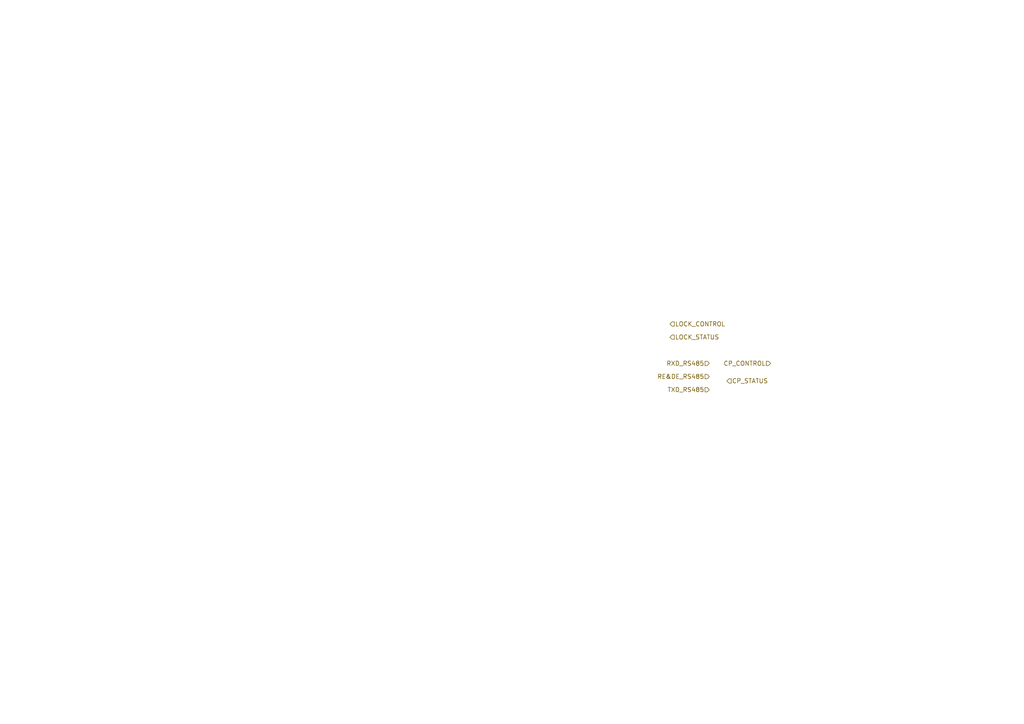
<source format=kicad_sch>
(kicad_sch (version 20230121) (generator eeschema)
  (paper "A4")
  (lib_symbols)
  (hierarchical_label "CP_CONTROL" (shape input) (at 223.52 105.41 180))
  (hierarchical_label "RE&DE_RS485" (shape input) (at 205.74 109.22 180))
  (hierarchical_label "CP_STATUS" (shape input) (at 210.82 110.49 0))
  (hierarchical_label "LOCK_STATUS" (shape input) (at 194.31 97.79 0))
  (hierarchical_label "RXD_RS485" (shape input) (at 205.74 105.41 180))
  (hierarchical_label "TXD_RS485" (shape input) (at 205.74 113.03 180))
  (hierarchical_label "LOCK_CONTROL" (shape input) (at 194.31 93.98 0))
)
</source>
